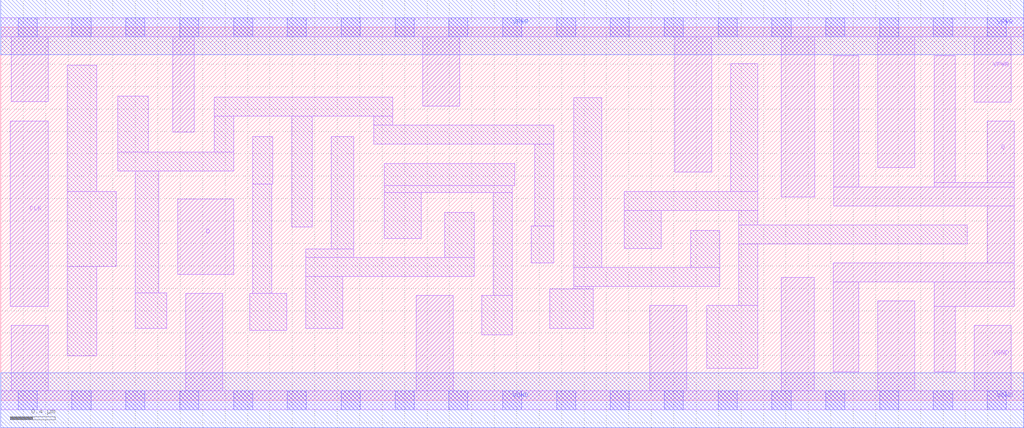
<source format=lef>
# Copyright 2020 The SkyWater PDK Authors
#
# Licensed under the Apache License, Version 2.0 (the "License");
# you may not use this file except in compliance with the License.
# You may obtain a copy of the License at
#
#     https://www.apache.org/licenses/LICENSE-2.0
#
# Unless required by applicable law or agreed to in writing, software
# distributed under the License is distributed on an "AS IS" BASIS,
# WITHOUT WARRANTIES OR CONDITIONS OF ANY KIND, either express or implied.
# See the License for the specific language governing permissions and
# limitations under the License.
#
# SPDX-License-Identifier: Apache-2.0

VERSION 5.7 ;
  NAMESCASESENSITIVE ON ;
  NOWIREEXTENSIONATPIN ON ;
  DIVIDERCHAR "/" ;
  BUSBITCHARS "[]" ;
UNITS
  DATABASE MICRONS 200 ;
END UNITS
MACRO sky130_fd_sc_lp__dfxtp_4
  CLASS CORE ;
  SOURCE USER ;
  FOREIGN sky130_fd_sc_lp__dfxtp_4 ;
  ORIGIN  0.000000  0.000000 ;
  SIZE  9.120000 BY  3.330000 ;
  SYMMETRY X Y R90 ;
  SITE unit ;
  PIN D
    ANTENNAGATEAREA  0.126000 ;
    DIRECTION INPUT ;
    USE SIGNAL ;
    PORT
      LAYER li1 ;
        RECT 1.580000 1.125000 2.075000 1.795000 ;
    END
  END D
  PIN Q
    ANTENNADIFFAREA  1.176000 ;
    DIRECTION OUTPUT ;
    USE SIGNAL ;
    PORT
      LAYER li1 ;
        RECT 7.420000 0.255000 7.650000 1.055000 ;
        RECT 7.420000 1.055000 9.035000 1.225000 ;
        RECT 7.425000 1.735000 9.035000 1.905000 ;
        RECT 7.425000 1.905000 7.650000 3.075000 ;
        RECT 8.320000 0.255000 8.510000 0.840000 ;
        RECT 8.320000 0.840000 9.035000 1.055000 ;
        RECT 8.320000 1.905000 9.035000 1.945000 ;
        RECT 8.320000 1.945000 8.510000 3.075000 ;
        RECT 8.795000 1.225000 9.035000 1.735000 ;
        RECT 8.795000 1.945000 9.035000 2.490000 ;
    END
  END Q
  PIN CLK
    ANTENNAGATEAREA  0.159000 ;
    DIRECTION INPUT ;
    USE CLOCK ;
    PORT
      LAYER li1 ;
        RECT 0.085000 0.840000 0.425000 2.490000 ;
    END
  END CLK
  PIN VGND
    DIRECTION INOUT ;
    USE GROUND ;
    PORT
      LAYER li1 ;
        RECT 0.000000 -0.085000 9.120000 0.085000 ;
        RECT 0.095000  0.085000 0.425000 0.670000 ;
        RECT 1.650000  0.085000 1.980000 0.955000 ;
        RECT 3.705000  0.085000 4.035000 0.935000 ;
        RECT 5.785000  0.085000 6.115000 0.845000 ;
        RECT 6.960000  0.085000 7.250000 1.095000 ;
        RECT 7.820000  0.085000 8.150000 0.885000 ;
        RECT 8.680000  0.085000 9.010000 0.670000 ;
      LAYER mcon ;
        RECT 0.155000 -0.085000 0.325000 0.085000 ;
        RECT 0.635000 -0.085000 0.805000 0.085000 ;
        RECT 1.115000 -0.085000 1.285000 0.085000 ;
        RECT 1.595000 -0.085000 1.765000 0.085000 ;
        RECT 2.075000 -0.085000 2.245000 0.085000 ;
        RECT 2.555000 -0.085000 2.725000 0.085000 ;
        RECT 3.035000 -0.085000 3.205000 0.085000 ;
        RECT 3.515000 -0.085000 3.685000 0.085000 ;
        RECT 3.995000 -0.085000 4.165000 0.085000 ;
        RECT 4.475000 -0.085000 4.645000 0.085000 ;
        RECT 4.955000 -0.085000 5.125000 0.085000 ;
        RECT 5.435000 -0.085000 5.605000 0.085000 ;
        RECT 5.915000 -0.085000 6.085000 0.085000 ;
        RECT 6.395000 -0.085000 6.565000 0.085000 ;
        RECT 6.875000 -0.085000 7.045000 0.085000 ;
        RECT 7.355000 -0.085000 7.525000 0.085000 ;
        RECT 7.835000 -0.085000 8.005000 0.085000 ;
        RECT 8.315000 -0.085000 8.485000 0.085000 ;
        RECT 8.795000 -0.085000 8.965000 0.085000 ;
      LAYER met1 ;
        RECT 0.000000 -0.245000 9.120000 0.245000 ;
    END
  END VGND
  PIN VPWR
    DIRECTION INOUT ;
    USE POWER ;
    PORT
      LAYER li1 ;
        RECT 0.000000 3.245000 9.120000 3.415000 ;
        RECT 0.095000 2.665000 0.425000 3.245000 ;
        RECT 1.535000 2.395000 1.725000 3.245000 ;
        RECT 3.760000 2.625000 4.090000 3.245000 ;
        RECT 6.010000 2.035000 6.340000 3.245000 ;
        RECT 6.960000 1.815000 7.255000 3.245000 ;
        RECT 7.820000 2.075000 8.150000 3.245000 ;
        RECT 8.680000 2.660000 9.010000 3.245000 ;
      LAYER mcon ;
        RECT 0.155000 3.245000 0.325000 3.415000 ;
        RECT 0.635000 3.245000 0.805000 3.415000 ;
        RECT 1.115000 3.245000 1.285000 3.415000 ;
        RECT 1.595000 3.245000 1.765000 3.415000 ;
        RECT 2.075000 3.245000 2.245000 3.415000 ;
        RECT 2.555000 3.245000 2.725000 3.415000 ;
        RECT 3.035000 3.245000 3.205000 3.415000 ;
        RECT 3.515000 3.245000 3.685000 3.415000 ;
        RECT 3.995000 3.245000 4.165000 3.415000 ;
        RECT 4.475000 3.245000 4.645000 3.415000 ;
        RECT 4.955000 3.245000 5.125000 3.415000 ;
        RECT 5.435000 3.245000 5.605000 3.415000 ;
        RECT 5.915000 3.245000 6.085000 3.415000 ;
        RECT 6.395000 3.245000 6.565000 3.415000 ;
        RECT 6.875000 3.245000 7.045000 3.415000 ;
        RECT 7.355000 3.245000 7.525000 3.415000 ;
        RECT 7.835000 3.245000 8.005000 3.415000 ;
        RECT 8.315000 3.245000 8.485000 3.415000 ;
        RECT 8.795000 3.245000 8.965000 3.415000 ;
      LAYER met1 ;
        RECT 0.000000 3.085000 9.120000 3.575000 ;
    END
  END VPWR
  OBS
    LAYER li1 ;
      RECT 0.595000 0.395000 0.855000 1.195000 ;
      RECT 0.595000 1.195000 1.030000 1.865000 ;
      RECT 0.595000 1.865000 0.855000 2.990000 ;
      RECT 1.045000 2.045000 2.075000 2.215000 ;
      RECT 1.045000 2.215000 1.315000 2.715000 ;
      RECT 1.200000 0.640000 1.480000 0.960000 ;
      RECT 1.200000 0.960000 1.410000 2.045000 ;
      RECT 1.905000 2.215000 2.075000 2.535000 ;
      RECT 1.905000 2.535000 3.495000 2.705000 ;
      RECT 2.220000 0.625000 2.550000 0.955000 ;
      RECT 2.245000 0.955000 2.415000 1.930000 ;
      RECT 2.245000 1.930000 2.425000 2.355000 ;
      RECT 2.595000 1.545000 2.775000 2.535000 ;
      RECT 2.720000 0.640000 3.050000 1.105000 ;
      RECT 2.720000 1.105000 4.220000 1.275000 ;
      RECT 2.720000 1.275000 3.145000 1.350000 ;
      RECT 2.945000 1.350000 3.145000 2.355000 ;
      RECT 3.325000 2.285000 4.930000 2.455000 ;
      RECT 3.325000 2.455000 3.495000 2.535000 ;
      RECT 3.420000 1.445000 3.750000 1.855000 ;
      RECT 3.420000 1.855000 4.560000 1.915000 ;
      RECT 3.420000 1.915000 4.580000 2.115000 ;
      RECT 3.960000 1.275000 4.220000 1.675000 ;
      RECT 4.290000 0.585000 4.560000 0.935000 ;
      RECT 4.390000 0.935000 4.560000 1.855000 ;
      RECT 4.730000 1.225000 4.930000 1.555000 ;
      RECT 4.760000 1.555000 4.930000 2.285000 ;
      RECT 4.895000 0.640000 5.280000 0.995000 ;
      RECT 5.110000 0.995000 5.280000 1.015000 ;
      RECT 5.110000 1.015000 6.410000 1.185000 ;
      RECT 5.110000 1.185000 5.360000 2.700000 ;
      RECT 5.560000 1.355000 5.890000 1.695000 ;
      RECT 5.560000 1.695000 6.750000 1.865000 ;
      RECT 6.150000 1.185000 6.410000 1.515000 ;
      RECT 6.295000 0.285000 6.750000 0.845000 ;
      RECT 6.510000 1.865000 6.750000 3.005000 ;
      RECT 6.580000 0.845000 6.750000 1.395000 ;
      RECT 6.580000 1.395000 8.615000 1.565000 ;
      RECT 6.580000 1.565000 6.750000 1.695000 ;
  END
END sky130_fd_sc_lp__dfxtp_4

</source>
